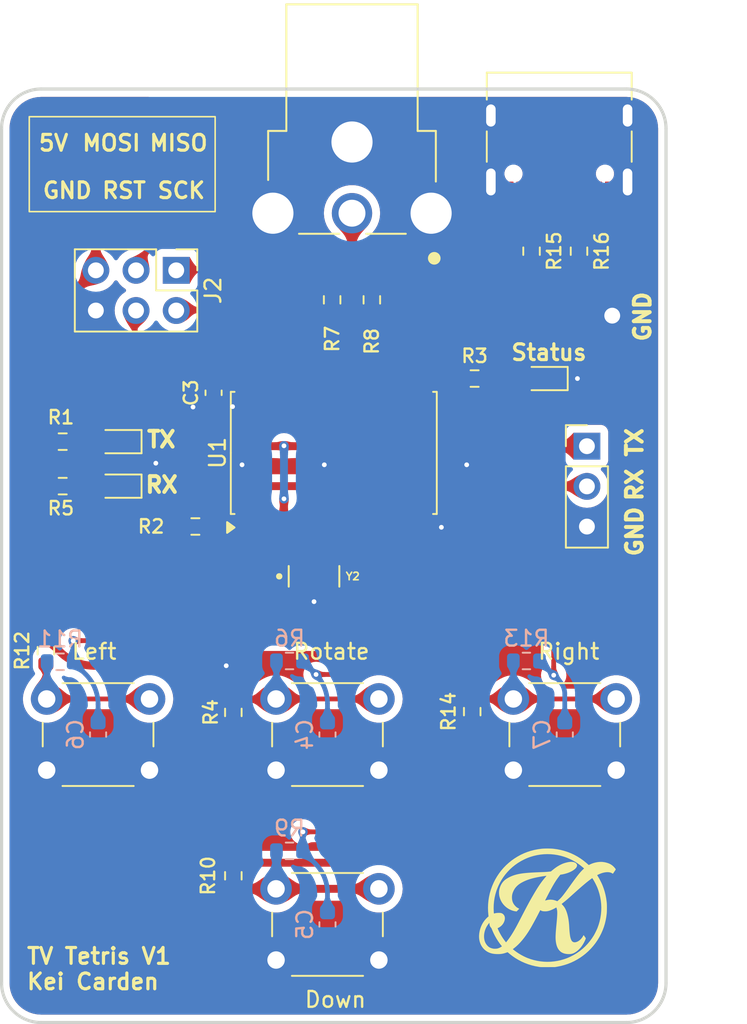
<source format=kicad_pcb>
(kicad_pcb (version 20240108) (generator "pcbnew") (generator_version "8.0")
  (layers (0 "F.Cu" signal) (31 "B.Cu" signal) (34 "B.Paste" user) (35 "F.Paste" user) (36 "B.SilkS" user "B.Silkscreen") (37 "F.SilkS" user "F.Silkscreen") (38 "B.Mask" user) (39 "F.Mask" user) (44 "Edge.Cuts" user))
  (net 0 "")
  (net 1 "GND")
  (net 2 "/X2")
  (net 3 "/X1")
  (net 4 "+5V")
  (net 5 "/rotate")
  (net 6 "Net-(D1-A)")
  (net 7 "/TXD")
  (net 8 "Net-(D2-A)")
  (net 9 "/RXD")
  (net 10 "Net-(D3-A)")
  (net 11 "Net-(J1-In)")
  (net 12 "/SCK")
  (net 13 "/~{RST}")
  (net 14 "/MOSI")
  (net 15 "/MISO")
  (net 16 "/STATUS")
  (net 17 "Net-(R4-Pad2)")
  (net 18 "/down")
  (net 19 "/left")
  (net 21 "/right")
  (net 22 "/video_lum")
  (net 24 "/video_sync")
  (net 25 "Net-(R10-Pad2)")
  (net 26 "Net-(R11-Pad2)")
  (net 27 "Net-(R13-Pad2)")
  (net 35 "Net-(J4-CC2)")
  (net 36 "Net-(J4-CC1)")
  (footprint "Resistor_SMD:R_0603_1608Metric_Pad0.98x0.95mm_HandSolder" (layer "F.Cu") (at 114.049911 107.725)
    (property "Reference" "R3" (at 0 -1.43 0) (layer "F.SilkS") (effects (font (size 0.85 0.85))))
    (property "Value" "2k")
    (pad "1" smd roundrect (at -0.9125 0) (size 0.975 0.95) (layers "F.Cu" "F.Paste" "F.Mask") (net 16 "/STATUS"))
    (pad "2" smd roundrect (at 0.9125 0) (size 0.975 0.95) (layers "F.Cu" "F.Paste" "F.Mask") (net 8 "Net-(D2-A)"))
  )
  (footprint "Package_SO:SOIC-20W_7.5x12.8mm_P1.27mm" (layer "F.Cu") (at 105.149911 112.425 90)
    (property "Reference" "U1" (at 0 -7.35 90) (layer "F.SilkS"))
    (property "Value" "~")
    (pad "1" smd roundrect (at -4.65 -5.715 90) (size 2.05 0.6) (layers "F.Cu" "F.Paste" "F.Mask") (net 13 "/~{RST}"))
    (pad "2" smd roundrect (at -4.65 -4.445 90) (size 2.05 0.6) (layers "F.Cu" "F.Paste" "F.Mask") (net 9 "/RXD"))
    (pad "3" smd roundrect (at -4.65 -3.175 90) (size 2.05 0.6) (layers "F.Cu" "F.Paste" "F.Mask") (net 7 "/TXD"))
    (pad "4" smd roundrect (at -4.65 -1.905 90) (size 2.05 0.6) (layers "F.Cu" "F.Paste" "F.Mask") (net 2 "/X2"))
    (pad "5" smd roundrect (at -4.65 -0.635 90) (size 2.05 0.6) (layers "F.Cu" "F.Paste" "F.Mask") (net 3 "/X1"))
    (pad "6" smd roundrect (at -4.65 0.635 90) (size 2.05 0.6) (layers "F.Cu" "F.Paste" "F.Mask") (net 19 "/left"))
    (pad "7" smd roundrect (at -4.65 1.905 90) (size 2.05 0.6) (layers "F.Cu" "F.Paste" "F.Mask") (net 5 "/rotate"))
    (pad "8" smd roundrect (at -4.65 3.175 90) (size 2.05 0.6) (layers "F.Cu" "F.Paste" "F.Mask") (net 18 "/down"))
    (pad "9" smd roundrect (at -4.65 4.445 90) (size 2.05 0.6) (layers "F.Cu" "F.Paste" "F.Mask") (net 21 "/right"))
    (pad "10" smd roundrect (at -4.65 5.715 90) (size 2.05 0.6) (layers "F.Cu" "F.Paste" "F.Mask") (net 1 "GND"))
    (pad "11" smd roundrect (at 4.65 5.715 90) (size 2.05 0.6) (layers "F.Cu" "F.Paste" "F.Mask") (net 16 "/STATUS"))
    (pad "12" smd roundrect (at 4.65 4.445 90) (size 2.05 0.6) (layers "F.Cu" "F.Paste" "F.Mask"))
    (pad "13" smd roundrect (at 4.65 3.175 90) (size 2.05 0.6) (layers "F.Cu" "F.Paste" "F.Mask"))
    (pad "14" smd roundrect (at 4.65 1.905 90) (size 2.05 0.6) (layers "F.Cu" "F.Paste" "F.Mask") (net 22 "/video_lum"))
    (pad "15" smd roundrect (at 4.65 0.635 90) (size 2.05 0.6) (layers "F.Cu" "F.Paste" "F.Mask") (net 24 "/video_sync"))
    (pad "16" smd roundrect (at 4.65 -0.635 90) (size 2.05 0.6) (layers "F.Cu" "F.Paste" "F.Mask"))
    (pad "17" smd roundrect (at 4.65 -1.905 90) (size 2.05 0.6) (layers "F.Cu" "F.Paste" "F.Mask") (net 14 "/MOSI"))
    (pad "18" smd roundrect (at 4.65 -3.175 90) (size 2.05 0.6) (layers "F.Cu" "F.Paste" "F.Mask") (net 15 "/MISO"))
    (pad "19" smd roundrect (at 4.65 -4.445 90) (size 2.05 0.6) (layers "F.Cu" "F.Paste" "F.Mask") (net 12 "/SCK"))
    (pad "20" smd roundrect (at 4.65 -5.715 90) (size 2.05 0.6) (layers "F.Cu" "F.Paste" "F.Mask") (net 4 "+5V"))
  )
  (footprint "Resistor_SMD:R_0603_1608Metric" (layer "F.Cu") (at 113.899911 128.775 90)
    (property "Reference" "R14" (at 0 -1.5 90) (layer "F.SilkS") (effects (font (size 0.85 0.85))))
    (property "Value" "10k")
    (pad "1" smd roundrect (at -0.825 0 90) (size 0.8 0.95) (layers "F.Cu" "F.Paste" "F.Mask") (net 4 "+5V"))
    (pad "2" smd roundrect (at 0.825 0 90) (size 0.8 0.95) (layers "F.Cu" "F.Paste" "F.Mask") (net 27 "Net-(R13-Pad2)"))
  )
  (footprint "Resistor_SMD:R_0603_1608Metric" (layer "F.Cu") (at 105.044911 102.75 90)
    (property "Reference" "R7" (at -2.475 0.005 90) (layer "F.SilkS") (effects (font (size 0.85 0.85))))
    (property "Value" "1k")
    (pad "1" smd roundrect (at -0.825 0 90) (size 0.8 0.95) (layers "F.Cu" "F.Paste" "F.Mask") (net 24 "/video_sync"))
    (pad "2" smd roundrect (at 0.825 0 90) (size 0.8 0.95) (layers "F.Cu" "F.Paste" "F.Mask") (net 11 "Net-(J1-In)"))
  )
  (footprint "Connector_PinHeader_2.54mm:PinHeader_1x03_P2.54mm_Vertical" (layer "F.Cu") (at 121.149911 112)
    (property "Reference" "J3" (hide yes))
    (property "Value" "UART")
    (pad "1" thru_hole rect (at 0 0) (size 1.7 1.7) (drill 1) (layers "*.Cu" "*.Mask") (net 7 "/TXD"))
    (pad "2" thru_hole oval (at 0 2.54) (size 1.7 1.7) (drill 1) (layers "*.Cu" "*.Mask") (net 9 "/RXD"))
    (pad "3" thru_hole oval (at 0 5.08) (size 1.7 1.7) (drill 1) (layers "*.Cu" "*.Mask") (net 1 "GND"))
  )
  (footprint "LED_SMD:LED_0603_1608Metric" (layer "F.Cu") (at 118.449911 107.725 180)
    (property "Reference" "D2" (hide yes))
    (property "Value" "MCU_status" (hide yes))
    (property "Name" "Status" (at -0.3 1.65 0) (layer "F.SilkS") (effects (font (thickness 0.2) (bold yes))))
    (pad "1" smd roundrect (at -0.7875 0 180) (size 0.875 0.95) (layers "F.Cu" "F.Paste" "F.Mask") (net 1 "GND"))
    (pad "2" smd roundrect (at 0.7875 0 180) (size 0.875 0.95) (layers "F.Cu" "F.Paste" "F.Mask") (net 8 "Net-(D2-A)"))
  )
  (footprint "RCA:CUI_RCJ-013" (layer "F.Cu") (at 106.299911 91.325 -90)
    (property "Reference" "J1" (hide yes))
    (property "Value" "Video")
    (pad "1" thru_hole circle (at 5.95 0 270) (size 2.55 2.55) (drill 1.7) (layers "*.Cu" "*.Mask") (net 11 "Net-(J1-In)"))
    (pad "2" thru_hole circle (at 1.45 0 270) (size 3.616 3.616) (drill 2.6) (layers "*.Cu" "*.Mask") (net 1 "GND"))
    (pad "2" thru_hole circle (at 5.95 -5 270) (size 3.616 3.616) (drill 2.6) (layers "*.Cu" "*.Mask") (net 1 "GND"))
    (pad "2" thru_hole circle (at 5.95 5 270) (size 3.616 3.616) (drill 2.6) (layers "*.Cu" "*.Mask") (net 1 "GND"))
  )
  (footprint "Resistor_SMD:R_0603_1608Metric" (layer "F.Cu") (at 107.554911 102.75 -90)
    (property "Reference" "R8" (at 2.625 0.005 90) (layer "F.SilkS") (effects (font (size 0.85 0.85))))
    (property "Value" "1k")
    (pad "1" smd roundrect (at -0.825 0 270) (size 0.8 0.95) (layers "F.Cu" "F.Paste" "F.Mask") (net 11 "Net-(J1-In)"))
    (pad "2" smd roundrect (at 0.825 0 270) (size 0.8 0.95) (layers "F.Cu" "F.Paste" "F.Mask") (net 22 "/video_lum"))
  )
  (footprint "Resistor_SMD:R_0603_1608Metric" (layer "F.Cu") (at 98.799911 128.825 90)
    (property "Reference" "R4" (at 0 -1.43 90) (layer "F.SilkS") (effects (font (size 0.85 0.85))))
    (property "Value" "10k")
    (pad "1" smd roundrect (at -0.825 0 90) (size 0.8 0.95) (layers "F.Cu" "F.Paste" "F.Mask") (net 4 "+5V"))
    (pad "2" smd roundrect (at 0.825 0 90) (size 0.8 0.95) (layers "F.Cu" "F.Paste" "F.Mask") (net 17 "Net-(R4-Pad2)"))
  )
  (footprint "Connector_USB:USB_C_Receptacle_G-Switch_GT-USB-7010ASV" (layer "F.Cu") (at 119.399911 92.175 180)
    (property "Reference" "J4" (hide yes))
    (property "Value" "USB_C_Receptacle_USB2.0_16P")
    (pad "" np_thru_hole circle (at -2.89 -2.605 180) (size 0.65 0.65) (drill 0.65) (layers "*.Cu" "*.Mask"))
    (pad "" np_thru_hole circle (at 2.89 -2.605 180) (size 0.65 0.65) (drill 0.65) (layers "*.Cu" "*.Mask"))
    (pad "A1" smd rect (at -3.2 -3.725 180) (size 0.6 1.24) (layers "F.Cu" "F.Paste" "F.Mask") (net 1 "GND"))
    (pad "A4" smd rect (at -2.4 -3.725 180) (size 0.6 1.24) (layers "F.Cu" "F.Paste" "F.Mask") (net 4 "+5V"))
    (pad "A5" smd rect (at -1.25 -3.725 180) (size 0.3 1.24) (layers "F.Cu" "F.Paste" "F.Mask") (net 36 "Net-(J4-CC1)"))
    (pad "A6" smd rect (at -0.25 -3.725 180) (size 0.3 1.24) (layers "F.Cu" "F.Paste" "F.Mask"))
    (pad "A7" smd rect (at 0.25 -3.725 180) (size 0.3 1.24) (layers "F.Cu" "F.Paste" "F.Mask"))
    (pad "A8" smd rect (at 1.25 -3.725 180) (size 0.3 1.24) (layers "F.Cu" "F.Paste" "F.Mask"))
    (pad "A9" smd rect (at 2.4 -3.725 180) (size 0.6 1.24) (layers "F.Cu" "F.Paste" "F.Mask") (net 4 "+5V"))
    (pad "A12" smd rect (at 3.2 -3.725 180) (size 0.6 1.24) (layers "F.Cu" "F.Paste" "F.Mask") (net 1 "GND"))
    (pad "B1" smd rect (at 3.2 -3.725 180) (size 0.6 1.24) (layers "F.Cu" "F.Paste" "F.Mask") (net 1 "GND"))
    (pad "B4" smd rect (at 2.4 -3.725 180) (size 0.6 1.24) (layers "F.Cu" "F.Paste" "F.Mask") (net 4 "+5V"))
    (pad "B5" smd rect (at 1.75 -3.725 180) (size 0.3 1.24) (layers "F.Cu" "F.Paste" "F.Mask") (net 35 "Net-(J4-CC2)"))
    (pad "B6" smd rect (at 0.75 -3.725 180) (size 0.3 1.24) (layers "F.Cu" "F.Paste" "F.Mask"))
    (pad "B7" smd rect (at -0.75 -3.725 180) (size 0.3 1.24) (layers "F.Cu" "F.Paste" "F.Mask"))
    (pad "B8" smd rect (at -1.75 -3.725 180) (size 0.3 1.24) (layers "F.Cu" "F.Paste" "F.Mask"))
    (pad "B9" smd rect (at -2.4 -3.725 180) (size 0.6 1.24) (layers "F.Cu" "F.Paste" "F.Mask") (net 4 "+5V"))
    (pad "B12" smd rect (at -3.2 -3.725 180) (size 0.6 1.24) (layers "F.Cu" "F.Paste" "F.Mask") (net 1 "GND"))
    (pad "S1" thru_hole oval (at -4.32 -3.125 180) (size 1 2.1) (drill oval 0.6 1.7) (layers "*.Cu" "*.Mask") (net 1 "GND"))
    (pad "S1" thru_hole oval (at -4.32 1.075 180) (size 1 1.8) (drill oval 0.6 1.4) (layers "*.Cu" "*.Mask") (net 1 "GND"))
    (pad "S1" thru_hole oval (at 4.32 -3.125 180) (size 1 2.1) (drill oval 0.6 1.7) (layers "*.Cu" "*.Mask") (net 1 "GND"))
    (pad "S1" thru_hole oval (at 4.32 1.075 180) (size 1 1.8) (drill oval 0.6 1.4) (layers "*.Cu" "*.Mask") (net 1 "GND"))
  )
  (footprint "Button_Switch_THT:SW_PUSH_6mm" (layer "F.Cu") (at 101.499911 127.975)
    (property "Reference" "SW1" (hide yes))
    (property "Value" "Rotate" (at 3.5 -3 0) (layer "F.SilkS"))
    (pad "1" thru_hole circle (at 0 0 90) (size 2 2) (drill 1.1) (layers "*.Cu" "*.Mask") (net 17 "Net-(R4-Pad2)"))
    (pad "1" thru_hole circle (at 6.5 0 90) (size 2 2) (drill 1.1) (layers "*.Cu" "*.Mask") (net 17 "Net-(R4-Pad2)"))
    (pad "2" thru_hole circle (at 0 4.5 90) (size 2 2) (drill 1.1) (layers "*.Cu" "*.Mask") (net 1 "GND"))
    (pad "2" thru_hole circle (at 6.5 4.5 90) (size 2 2) (drill 1.1) (layers "*.Cu" "*.Mask") (net 1 "GND"))
  )
  (footprint "Capacitor_SMD:C_0603_1608Metric_Pad1.08x0.95mm_HandSolder" (layer "F.Cu") (at 97.549911 108.625 90)
    (property "Reference" "C3" (at 0 -1.43 -90) (layer "F.SilkS") (effects (font (size 0.85 0.85))))
    (property "Value" "100n")
    (pad "1" smd roundrect (at -0.8625 0 90) (size 1.075 0.95) (layers "F.Cu" "F.Paste" "F.Mask") (net 1 "GND"))
    (pad "2" smd roundrect (at 0.8625 0 90) (size 1.075 0.95) (layers "F.Cu" "F.Paste" "F.Mask") (net 4 "+5V"))
  )
  (footprint "Connector_PinHeader_2.54mm:PinHeader_2x03_P2.54mm_Vertical" (layer "F.Cu") (at 95.189911 100.885 -90)
    (property "Reference" "J2" (at 1.27 -2.33 90) (layer "F.SilkS"))
    (property "Value" "ISP_Conn")
    (pad "1" thru_hole rect (at 0 0 270) (size 1.7 1.7) (drill 1) (layers "*.Cu" "*.Mask") (net 15 "/MISO"))
    (pad "2" thru_hole oval (at 2.54 0 270) (size 1.7 1.7) (drill 1) (layers "*.Cu" "*.Mask") (net 12 "/SCK"))
    (pad "3" thru_hole oval (at 0 2.54 270) (size 1.7 1.7) (drill 1) (layers "*.Cu" "*.Mask") (net 14 "/MOSI"))
    (pad "4" thru_hole oval (at 2.54 2.54 270) (size 1.7 1.7) (drill 1) (layers "*.Cu" "*.Mask") (net 13 "/~{RST}"))
    (pad "5" thru_hole oval (at 0 5.08 270) (size 1.7 1.7) (drill 1) (layers "*.Cu" "*.Mask") (net 4 "+5V"))
    (pad "6" thru_hole oval (at 2.54 5.08 270) (size 1.7 1.7) (drill 1) (layers "*.Cu" "*.Mask") (net 1 "GND"))
  )
  (footprint "Button_Switch_THT:SW_PUSH_6mm" (layer "F.Cu") (at 86.999911 127.975)
    (property "Reference" "SW3" (hide yes))
    (property "Value" "Left" (at 3 -3 0) (layer "F.SilkS"))
    (pad "1" thru_hole circle (at 0 0 90) (size 2 2) (drill 1.1) (layers "*.Cu" "*.Mask") (net 26 "Net-(R11-Pad2)"))
    (pad "1" thru_hole circle (at 6.5 0 90) (size 2 2) (drill 1.1) (layers "*.Cu" "*.Mask") (net 26 "Net-(R11-Pad2)"))
    (pad "2" thru_hole circle (at 0 4.5 90) (size 2 2) (drill 1.1) (layers "*.Cu" "*.Mask") (net 1 "GND"))
    (pad "2" thru_hole circle (at 6.5 4.5 90) (size 2 2) (drill 1.1) (layers "*.Cu" "*.Mask") (net 1 "GND"))
  )
  (footprint "Murata_Crystal:OSC_CSTCE16M0V53-R0" (layer "F.Cu") (at 103.899911 120.225)
    (property "Reference" "Y2" (at 2.45 0 0) (layer "F.SilkS") (effects (font (size 0.48 0.48) (thickness 0.1) (bold yes))))
    (property "Value" "CSTCE16M0V53-R0")
    (pad "1" smd rect (at -0.95 0) (size 0.6 1.9) (layers "F.Cu" "F.Paste" "F.Mask") (net 2 "/X2"))
    (pad "2" smd rect (at 0 0) (size 0.4 1.9) (layers "F.Cu" "F.Paste" "F.Mask") (net 1 "GND"))
    (pad "3" smd rect (at 0.95 0) (size 0.6 1.9) (layers "F.Cu" "F.Paste" "F.Mask") (net 3 "/X1"))
  )
  (footprint "Resistor_SMD:R_0603_1608Metric_Pad0.98x0.95mm_HandSolder" (layer "F.Cu") (at 88.012411 111.7125)
    (property "Reference" "R1" (at -0.1125 -1.5375 0) (layer "F.SilkS") (effects (font (size 0.85 0.85))))
    (property "Value" "2k")
    (pad "1" smd roundrect (at -0.9125 0) (size 0.975 0.95) (layers "F.Cu" "F.Paste" "F.Mask") (net 4 "+5V"))
    (pad "2" smd roundrect (at 0.9125 0) (size 0.975 0.95) (layers "F.Cu" "F.Paste" "F.Mask") (net 6 "Net-(D1-A)"))
  )
  (footprint "LED_SMD:LED_0603_1608Metric" (layer "F.Cu") (at 91.512411 114.525 180)
    (property "Reference" "D3" (hide yes))
    (property "Value" "RX_status")
    (pad "1" smd roundrect (at -0.7875 0 180) (size 0.875 0.95) (layers "F.Cu" "F.Paste" "F.Mask") (net 9 "/RXD"))
    (pad "2" smd roundrect (at 0.7875 0 180) (size 0.875 0.95) (layers "F.Cu" "F.Paste" "F.Mask") (net 10 "Net-(D3-A)"))
  )
  (footprint "Resistor_SMD:R_0603_1608Metric" (layer "F.Cu") (at 98.799911 139.15 -90)
    (property "Reference" "R10" (at 0 1.6 90) (layer "F.SilkS") (effects (font (size 0.85 0.85))))
    (property "Value" "10k")
    (pad "1" smd roundrect (at -0.825 0 270) (size 0.8 0.95) (layers "F.Cu" "F.Paste" "F.Mask") (net 4 "+5V"))
    (pad "2" smd roundrect (at 0.825 0 270) (size 0.8 0.95) (layers "F.Cu" "F.Paste" "F.Mask") (net 25 "Net-(R10-Pad2)"))
  )
  (footprint "Resistor_SMD:R_0603_1608Metric_Pad0.98x0.95mm_HandSolder" (layer "F.Cu") (at 88.012411 114.525)
    (property "Reference" "R5" (at -0.1125 1.4 0) (layer "F.SilkS") (effects (font (size 0.85 0.85))))
    (property "Value" "2k")
    (pad "1" smd roundrect (at -0.9125 0) (size 0.975 0.95) (layers "F.Cu" "F.Paste" "F.Mask") (net 4 "+5V"))
    (pad "2" smd roundrect (at 0.9125 0) (size 0.975 0.95) (layers "F.Cu" "F.Paste" "F.Mask") (net 10 "Net-(D3-A)"))
  )
  (footprint "LED_SMD:LED_0603_1608Metric" (layer "F.Cu") (at 91.512411 111.7125 180)
    (property "Reference" "D1" (hide yes))
    (property "Value" "TX_status")
    (pad "1" smd roundrect (at -0.7875 0 180) (size 0.875 0.95) (layers "F.Cu" "F.Paste" "F.Mask") (net 7 "/TXD"))
    (pad "2" smd roundrect (at 0.7875 0 180) (size 0.875 0.95) (layers "F.Cu" "F.Paste" "F.Mask") (net 6 "Net-(D1-A)"))
  )
  (footprint "Resistor_SMD:R_0603_1608Metric" (layer "F.Cu") (at 117.649911 99.675 -90)
    (property "Reference" "R15" (at 0 -1.43 90) (layer "F.SilkS") (effects (font (size 0.85 0.85))))
    (property "Value" "5k1")
    (pad "1" smd roundrect (at -0.825 0 270) (size 0.8 0.95) (layers "F.Cu" "F.Paste" "F.Mask") (net 35 "Net-(J4-CC2)"))
    (pad "2" smd roundrect (at 0.825 0 270) (size 0.8 0.95) (layers "F.Cu" "F.Paste" "F.Mask") (net 1 "GND"))
  )
  (footprint "Resistor_SMD:R_0603_1608Metric" (layer "F.Cu") (at 86.949911 124.925 -90)
    (property "Reference" "R12" (at 0 1.5 90) (layer "F.SilkS") (effects (font (size 0.85 0.85))))
    (property "Value" "10k")
    (pad "1" smd roundrect (at -0.825 0 270) (size 0.8 0.95) (layers "F.Cu" "F.Paste" "F.Mask") (net 4 "+5V"))
    (pad "2" smd roundrect (at 0.825 0 270) (size 0.8 0.95) (layers "F.Cu" "F.Paste" "F.Mask") (net 26 "Net-(R11-Pad2)"))
  )
  (footprint "Resistor_SMD:R_0603_1608Metric" (layer "F.Cu") (at 120.649911 99.675 -90)
    (property "Reference" "R16" (at 0 -1.43 90) (layer "F.SilkS") (effects (font (size 0.85 0.85))))
    (property "Value" "5k1")
    (pad "1" smd roundrect (at -0.825 0 270) (size 0.8 0.95) (layers "F.Cu" "F.Paste" "F.Mask") (net 36 "Net-(J4-CC1)"))
    (pad "2" smd roundrect (at 0.825 0 270) (size 0.8 0.95) (layers "F.Cu" "F.Paste" "F.Mask") (net 1 "GND"))
  )
  (footprint "Button_Switch_THT:SW_PUSH_6mm" (layer "F.Cu") (at 101.499911 139.975)
    (property "Reference" "SW2" (hide yes))
    (property "Value" "Down" (at 3.75 7 0) (layer "F.SilkS"))
    (pad "1" thru_hole circle (at 0 0 90) (size 2 2) (drill 1.1) (layers "*.Cu" "*.Mask") (net 25 "Net-(R10-Pad2)"))
    (pad "1" thru_hole circle (at 6.5 0 90) (size 2 2) (drill 1.1) (layers "*.Cu" "*.Mask") (net 25 "Net-(R10-Pad2)"))
    (pad "2" thru_hole circle (at 0 4.5 90) (size 2 2) (drill 1.1) (layers "*.Cu" "*.Mask") (net 1 "GND"))
    (pad "2" thru_hole circle (at 6.5 4.5 90) (size 2 2) (drill 1.1) (layers "*.Cu" "*.Mask") (net 1 "GND"))
  )
  (footprint "Resistor_SMD:R_0603_1608Metric_Pad0.98x0.95mm_HandSolder" (layer "F.Cu") (at 96.399911 117.075)
    (property "Reference" "R2" (at -2.8 0 0) (layer "F.SilkS") (effects (font (size 0.85 0.85))))
    (property "Value" "10k")
    (pad "1" smd roundrect (at -0.9125 0) (size 0.975 0.95) (layers "F.Cu" "F.Paste" "F.Mask") (net 4 "+5V"))
    (pad "2" smd roundrect (at 0.9125 0) (size 0.975 0.95) (layers "F.Cu" "F.Paste" "F.Mask") (net 13 "/~{RST}"))
  )
  (footprint "Button_Switch_THT:SW_PUSH_6mm" (layer "F.Cu") (at 116.499911 127.975)
    (property "Reference" "SW4" (hide yes))
    (property "Value" "Right" (at 3.5 -3 0) (layer "F.SilkS"))
    (pad "1" thru_hole circle (at 0 0 90) (size 2 2) (drill 1.1) (layers "*.Cu" "*.Mask") (net 27 "Net-(R13-Pad2)"))
    (pad "1" thru_hole circle (at 6.5 0 90) (size 2 2) (drill 1.1) (layers "*.Cu" "*.Mask") (net 27 "Net-(R13-Pad2)"))
    (pad "2" thru_hole circle (at 0 4.5 90) (size 2 2) (drill 1.1) (layers "*.Cu" "*.Mask") (net 1 "GND"))
    (pad "2" thru_hole circle (at 6.5 4.5 90) (size 2 2) (drill 1.1) (layers "*.Cu" "*.Mask") (net 1 "GND"))
  )
  (footprint "Capacitor_SMD:C_0603_1608Metric" (layer "B.Cu") (at 104.749911 142.225 -90)
    (property "Reference" "C5" (at 0 1.43 90) (layer "B.SilkS") (effects (justify mirror)))
    (property "Value" "100n")
    (pad "1" smd roundrect (at -0.775 0 270) (size 0.9 0.95) (layers "B.Cu" "B.Paste" "B.Mask") (net 18 "/down"))
    (pad "2" smd roundrect (at 0.775 0 270) (size 0.9 0.95) (layers "B.Cu" "B.Paste" "B.Mask") (net 1 "GND"))
  )
  (footprint "Resistor_SMD:R_0603_1608Metric" (layer "B.Cu") (at 102.349911 137.575 180)
    (property "Reference" "R9" (at 0 1.43 0) (layer "B.SilkS") (effects (justify mirror)))
    (property "Value" "1k")
    (pad "1" smd roundrect (at -0.825 0 180) (size 0.8 0.95) (layers "B.Cu" "B.Paste" "B.Mask") (net 18 "/down"))
    (pad "2" smd roundrect (at 0.825 0 180) (size 0.8 0.95) (layers "B.Cu" "B.Paste" "B.Mask") (net 25 "Net-(R10-Pad2)"))
  )
  (footprint "Resistor_SMD:R_0603_1608Metric" (layer "B.Cu") (at 117.324911 125.575 180)
    (property "Reference" "R13" (at 0 1.43 0) (layer "B.SilkS") (effects (justify mirror)))
    (property "Value" "1k")
    (pad "1" smd roundrect (at -0.825 0 180) (size 0.8 0.95) (layers "B.Cu" "B.Paste" "B.Mask") (net 21 "/right"))
    (pad "2" smd roundrect (at 0.825 0 180) (size 0.8 0.95) (layers "B.Cu" "B.Paste" "B.Mask") (net 27 "Net-(R13-Pad2)"))
  )
  (footprint "logo:logo" (layer "B.Cu") (at 118.942888 142.36719 180)
    (property "Reference" "G***" (hide yes))
    (property "Value" "LOGO" (hide yes))
  )
  (footprint "Resistor_SMD:R_0603_1608Metric" (layer "B.Cu") (at 87.849911 125.625 180)
    (property "Reference" "R11" (at 0 1.43 0) (layer "B.SilkS") (effects (justify mirror)))
    (property "Value" "1k")
    (pad "1" smd roundrect (at -0.825 0 180) (size 0.8 0.95) (layers "B.Cu" "B.Paste" "B.Mask") (net 19 "/left"))
    (pad "2" smd roundrect (at 0.825 0 180) (size 0.8 0.95) (layers "B.Cu" "B.Paste" "B.Mask") (net 26 "Net-(R11-Pad2)"))
  )
  (footprint "Resistor_SMD:R_0603_1608Metric" (layer "B.Cu") (at 102.349911 125.575 180)
    (property "Reference" "R6" (at 0 1.43 0) (layer "B.SilkS") (effects (justify mirror)))
    (property "Value" "1k")
    (pad "1" smd roundrect (at -0.825 0 180) (size 0.8 0.95) (layers "B.Cu" "B.Paste" "B.Mask") (net 5 "/rotate"))
    (pad "2" smd roundrect (at 0.825 0 180) (size 0.8 0.95) (layers "B.Cu" "B.Paste" "B.Mask") (net 17 "Net-(R4-Pad2)"))
  )
  (footprint "Capacitor_SMD:C_0603_1608Metric" (layer "B.Cu") (at 119.749911 130.225 -90)
    (property "Reference" "C7" (at 0 1.43 90) (layer "B.SilkS") (effects (justify mirror)))
    (property "Value" "100n")
    (pad "1" smd roundrect (at -0.775 0 270) (size 0.9 0.95) (layers "B.Cu" "B.Paste" "B.Mask") (net 21 "/right"))
    (pad "2" smd roundrect (at 0.775 0 270) (size 0.9 0.95) (layers "B.Cu" "B.Paste" "B.Mask") (net 1 "GND"))
  )
  (footprint "Capacitor_SMD:C_0603_1608Metric" (layer "B.Cu") (at 104.749911 130.225 -90)
    (property "Reference" "C4" (at 0 1.43 90) (layer "B.SilkS") (effects (justify mirror)))
    (property "Value" "100n")
    (pad "1" smd roundrect (at -0.775 0 270) (size 0.9 0.95) (layers "B.Cu" "B.Paste" "B.Mask") (net 5 "/rotate"))
    (pad "2" smd roundrect (at 0.775 0 270) (size 0.9 0.95) (layers "B.Cu" "B.Paste" "B.Mask") (net 1 "GND"))
  )
  (footprint "Capacitor_SMD:C_0603_1608Metric" (layer "B.Cu") (at 90.249911 130.225 -90)
    (property "Reference" "C6" (at 0 1.43 90) (layer "B.SilkS") (effects (justify mirror)))
    (property "Value" "100n")
    (pad "1" smd roundrect (at -0.775 0 270) (size 0.9 0.95) (layers "B.Cu" "B.Paste" "B.Mask") (net 19 "/left"))
    (pad "2" smd roundrect (at 0.775 0 270) (size 0.9 0.95) (layers "B.Cu" "B.Paste" "B.Mask") (net 1 "GND"))
  )
  (gr_rect (start 85.899911 91.175) (end 97.649911 97.175) (stroke (width 0.1)) (fill none) (layer "F.SilkS"))
  (gr_line (start 84.149911 145.925) (end 84.149911 91.925) (stroke (width 0.2)) (layer "Edge.Cuts"))
  (gr_arc (start 126.149911 145.925) (mid 125.417678 147.692767) (end 123.649911 148.425) (stroke (width 0.2)) (layer "Edge.Cuts"))
  (gr_line (start 86.649911 89.425) (end 123.649911 89.425) (stroke (width 0.2)) (layer "Edge.Cuts"))
  (gr_line (start 123.649911 148.425) (end 86.649911 148.425) (stroke (width 0.2)) (layer "Edge.Cuts"))
  (gr_arc (start 123.649911 89.425) (mid 125.417678 90.157233) (end 126.149911 91.925) (stroke (width 0.2)) (layer "Edge.Cuts"))
  (gr_arc (start 84.149911 91.925) (mid 84.882144 90.157233) (end 86.649911 89.425) (stroke (width 0.2)) (layer "Edge.Cuts"))
  (gr_line (start 126.149911 91.925) (end 126.149911 145.925) (stroke (width 0.2)) (layer "Edge.Cuts"))
  (gr_arc (start 86.649911 148.425) (mid 84.882144 147.692767) (end 84.149911 145.925) (stroke (width 0.2)) (layer "Edge.Cuts"))
  (gr_text "GND" (at 86.649911 96.425 0) (layer "F.SilkS") (effects (font (size 1 1) (thickness 0.2) (bold yes)) (justify left bottom)))
  (gr_text "RX" (at 93.124911 115.025 0) (layer "F.SilkS") (effects (font (size 1 1) (thickness 0.25) (bold yes)) (justify left bottom)))
  (gr_text "RX" (at 124.749911 115.58 90) (layer "F.SilkS") (effects (font (size 1 1) (thickness 0.25) (bold yes)) (justify left bottom)))
  (gr_text "RST" (at 90.399911 96.425 0) (layer "F.SilkS") (effects (font (size 1 1) (thickness 0.2) (bold yes)) (justify left bottom)))
  (gr_text "MOSI" (at 89.149911 93.425 0) (layer "F.SilkS") (effects (font (size 1 1) (thickness 0.2) (bold yes)) (justify left bottom)))
  (gr_text "5V" (at 86.399911 93.425 0) (layer "F.SilkS") (effects (font (size 1 1) (thickness 0.2) (bold yes)) (justify left bottom)))
  (gr_text "GND" (at 124.749911 119.08 90) (layer "F.SilkS") (effects (font (size 1 1) (thickness 0.25) (bold yes)) (justify left bottom)))
  (gr_text "TX" (at 124.749911 112.78 90) (layer "F.SilkS") (effects (font (size 1 1) (thickness 0.25) (bold yes)) (justify left bottom)))
  (gr_text "GND" (at 125.25 105.5 90) (layer "F.SilkS") (effects (font (size 1 1) (thickness 0.25) (bold yes)) (justify left bottom)))
  (gr_text "MISO" (at 93.399911 93.425 0) (layer "F.SilkS") (effects (font (size 1 1) (thickness 0.2) (bold yes)) (justify left bottom)))
  (gr_text "TX" (at 93.224911 112.1625 0) (layer "F.SilkS") (effects (font (size 1 1) (thickness 0.25) (bold yes)) (justify left bottom)))
  (gr_text "TV Tetris V1\nKei Carden" (at 85.649911 146.425 0) (layer "F.SilkS") (effects (font (size 1 1) (thickness 0.2) (bold yes)) (justify left bottom)))
  (gr_text "SCK" (at 93.899911 96.425 0) (layer "F.SilkS") (effects (font (size 1 1) (thickness 0.2) (bold yes)) (justify left bottom)))
  (segment (start 103.899911 121.825) (end 103.899911 120.225) (width 0.4) (layer "F.Cu") (net 1))
  (via (at 104.549911 113.175) (size 0.6) (drill 0.3) (layers "F.Cu" "B.Cu") (net 1))
  (via (at 103.899911 121.825) (size 0.6) (drill 0.3) (layers "F.Cu" "B.Cu") (net 1))
  (via (at 122.75 103.75) (size 2) (drill 1) (layers "F.Cu" "B.Cu") (net 1))
  (via (at 96.249911 109.525) (size 0.6) (drill 0.3) (layers "F.Cu" "B.Cu") (net 1))
  (via (at 98.349911 125.875) (size 0.6) (drill 0.3) (layers "F.Cu" "B.Cu") (net 1))
  (via (at 98.75 109.5) (size 0.6) (drill 0.3) (layers "F.Cu" "B.Cu") (net 1))
  (via (at 111.949911 117.125) (size 0.6) (drill 0.3) (layers "F.Cu" "B.Cu") (net 1))
  (via (at 120.549911 107.725) (size 0.6) (drill 0.3) (layers "F.Cu" "B.Cu") (net 1))
  (via (at 113.549911 113.175) (size 0.6) (drill 0.3) (layers "F.Cu" "B.Cu") (net 1))
  (via (at 93.899911 113.075) (size 0.6) (drill 0.3) (layers "F.Cu" "B.Cu") (net 1))
  (via (at 99.349911 113.175) (size 0.6) (drill 0.3) (layers "F.Cu" "B.Cu") (net 1))
  (segment (start 102.949911 118.933596) (end 102.949911 120.225) (width 0.5) (layer "F.Cu") (net 2))
  (segment (start 103.244911 118.221403) (end 103.244911 117.075) (width 0.5) (layer "F.Cu") (net 2))
  (arc (start 103.244911 118.221403) (mid 103.206576 118.414121) (end 103.097411 118.5775) (width 0.5) (layer "F.Cu") (net 2))
  (arc (start 103.097411 118.5775) (mid 102.988245 118.740878) (end 102.949911 118.933596) (width 0.5) (layer "F.Cu") (net 2))
  (segment (start 104.849911 118.91188) (end 104.849911 120.225) (width 0.5) (layer "F.Cu") (net 3))
  (segment (start 104.514911 118.103119) (end 104.514911 117.075) (width 0.5) (layer "F.Cu") (net 3))
  (arc (start 104.514911 118.103119) (mid 104.558442 118.321968) (end 104.682411 118.5075) (width 0.5) (layer "F.Cu") (net 3))
  (arc (start 104.682411 118.5075) (mid 104.806379 118.693031) (end 104.849911 118.91188) (width 0.5) (layer "F.Cu") (net 3))
  (segment (start 87.837411 124.9875) (end 86.949911 124.1) (width 0.5) (layer "F.Cu") (net 4))
  (segment (start 86.949911 108.55) (end 86.949911 109.8) (width 0.5) (layer "F.Cu") (net 4))
  (segment (start 90.109911 96.218963) (end 90.109911 100.885) (width 0.5) (layer "F.Cu") (net 4))
  (segment (start 96.618703 127.468792) (end 98.799911 129.65) (width 0.5) (layer "F.Cu") (net 4))
  (segment (start 98.799911 138.325) (end 98.799911 129.65) (width 0.5) (layer "F.Cu") (net 4))
  (segment (start 89.980025 125.875) (end 92.770947 125.875) (width 0.5) (layer "F.Cu") (net 4))
  (segment (start 115.271231 93.425) (end 118.399911 93.425) (width 0.5) (layer "F.Cu") (net 4))
  (segment (start 106.195947 138.325) (end 98.799911 138.325) (width 0.5) (layer "F.Cu") (net 4))
  (segment (start 88.529911 102.465) (end 90.109911 100.885) (width 0.5) (layer "F.Cu") (net 4))
  (segment (start 86.949911 124.1) (end 86.949911 117.160355) (width 0.5) (layer "F.Cu") (net 4))
  (segment (start 86.949911 109.8) (end 86.949911 108.55) (width 0.5) (layer "F.Cu") (net 4))
  (segment (start 87.035266 117.075) (end 95.487411 117.075) (width 0.5) (layer "F.Cu") (net 4))
  (segment (start 86.949911 109.8) (end 86.949911 117.325) (width 0.5) (layer "F.Cu") (net 4))
  (segment (start 97.541072 107.7625) (end 87.227315 107.7625) (width 0.5) (layer "F.Cu") (net 4))
  (segment (start 86.949911 108.55) (end 86.949911 108.039904) (width 0.5) (layer "F.Cu") (net 4))
  (segment (start 86.949911 108.55) (end 86.949911 106.279457) (width 0.5) (layer "F.Cu") (net 4))
  (segment (start 97.571249 107.775) (end 99.434911 107.775) (width 0.5) (layer "F.Cu") (net 4))
  (segment (start 91.703703 92.371206) (end 92.056118 92.018792) (width 0.5) (layer "F.Cu") (net 4))
  (segment (start 108.02859 90.425) (end 95.903874 90.425) (width 0.5) (layer "F.Cu") (net 4))
  (segment (start 113.899911 131.2375) (end 113.899911 129.6) (width 0.5) (layer "F.Cu") (net 4))
  (segment (start 110.043703 136.731207) (end 112.742023 134.032887) (width 0.5) (layer "F.Cu") (net 4))
  (arc (start 87.031161 107.84375) (mid 86.971027 107.933746) (end 86.949911 108.039904) (width 0.5) (layer "F.Cu") (net 4))
  (arc (start 86.974911 117.1) (mid 86.956408 117.127691) (end 86.949911 117.160355) (width 0.5) (layer "F.Cu") (net 4))
  (arc (start 97.556161 107.76875) (mid 97.563083 107.773375) (end 97.571249 107.775) (width 0.5) (layer "F.Cu") (net 4))
  (arc (start 86.949911 108.55) (mid 86.949911 108.55) (end 86.949911 108.55) (width 0.5) (layer "F.Cu") (net 4))
  (arc (start 87.837411 124.9875) (mid 88.82045 125.644346) (end 89.980025 125.875) (width 0.5) (layer "F.Cu") (net 4))
  (arc (start 113.899911 131.2375) (mid 113.598985 132.750352) (end 112.742023 134.032887) (width 0.5) (layer "F.Cu") (net 4))
  (arc (start 88.529911 102.465) (mid 87.360539 104.215087) (end 86.949911 106.279457) (width 0.5) (layer "F.Cu") (net 4))
  (arc (start 111.649911 91.925) (mid 113.311386 93.035162) (end 115.271231 93.425) (width 0.5) (layer "F.Cu") (net 4))
  (arc (start 97.556161 107.76875) (mid 97.549238 107.764124) (end 97.541072 107.7625) (width 0.5) (layer "F.Cu") (net 4))
  (arc (start 87.035266 117.075) (mid 87.002602 117.081497) (end 86.974911 117.1) (width 0.5) (layer "F.Cu") (net 4))
  (arc (start 96.618703 127.468792) (mid 94.853337 126.289213) (end 92.770947 125.875) (width 0.5) (layer "F.Cu") (net 4))
  (arc (start 111.649911 91.925) (mid 109.988434 90.814837) (end 108.02859 90.425) (width 0.5) (layer "F.Cu") (net 4))
  (arc (start 87.227315 107.7625) (mid 87.121157 107.783616) (end 87.031161 107.84375) (width 0.5) (layer "F.Cu") (net 4))
  (arc (start 91.703703 92.371206) (mid 90.524124 94.136572) (end 90.109911 96.218963) (width 0.5) (layer "F.Cu") (net 4))
  (arc (start 95.903874 90.425) (mid 93.821483 90.839213) (end 92.056118 92.018792) (width 0.5) (layer "F.Cu") (net 4))
  (arc (start 110.043703 136.731207) (mid 108.278337 137.910786) (end 106.195947 138.325) (width 0.5) (layer "F.Cu") (net 4))
  (segment (start 104.027977 126.428066) (end 105.504745 126.428066) (width 0.3) (layer "F.Cu") (net 5))
  (segment (start 107.054911 124.8779) (end 107.054911 117.075) (width 0.3) (layer "F.Cu") (net 5))
  (via (at 104.027977 126.428066) (size 0.6) (drill 0.3) (layers "F.Cu" "B.Cu") (net 5))
  (arc (start 107.054911 124.8779) (mid 106.936911 125.471122) (end 106.600878 125.974033) (width 0.3) (layer "F.Cu") (net 5))
  (arc (start 106.600878 125.974033) (mid 106.097967 126.310066) (end 105.504745 126.428066) (width 0.3) (layer "F.Cu") (net 5))
  (segment (start 103.962411 126.3625) (end 103.174911 125.575) (width 0.3) (layer "B.Cu") (net 5))
  (segment (start 104.749911 128.263693) (end 104.749911 129.45) (width 0.3) (layer "B.Cu") (net 5))
  (arc (start 103.962411 126.3625) (mid 104.545246 127.234774) (end 104.749911 128.263693) (width 0.3) (layer "B.Cu") (net 5))
  (segment (start 90.724911 111.7125) (end 88.924911 111.7125) (width 0.5) (layer "F.Cu") (net 6))
  (segment (start 101.999911 115.325) (end 101.974911 115.35) (width 0.5) (layer "F.Cu") (net 7))
  (segment (start 120.957411 112) (end 102.042588 112) (width 0.5) (layer "F.Cu") (net 7))
  (segment (start 101.987411 111.9875) (end 101.999911 111.975) (width 0.5) (layer "F.Cu") (net 7))
  (segment (start 121.149911 112.1925) (end 121.149911 112.385) (width 0.5) (layer "F.Cu") (net 7))
  (segment (start 102.012411 111.9875) (end 101.999911 111.975) (width 0.5) (layer "F.Cu") (net 7))
  (segment (start 94.778204 112) (end 101.957233 112) (width 0.5) (layer "F.Cu") (net 7))
  (segment (start 94.084117 111.7125) (end 92.299911 111.7125) (width 0.5) (layer "F.Cu") (net 7))
  (segment (start 101.999911 115.325) (end 101.974911 117.075) (width 0.5) (layer "F.Cu") (net 7))
  (via (at 101.999911 111.975) (size 0.6) (drill 0.3) (layers "F.Cu" "B.Cu") (net 7))
  (via (at 101.999911 115.325) (size 0.6) (drill 0.3) (layers "F.Cu" "B.Cu") (net 7))
  (arc (start 121.149911 112.1925) (mid 121.093529 112.056381) (end 120.957411 112) (width 0.5) (layer "F.Cu") (net 7))
  (arc (start 94.431161 111.85625) (mid 94.271936 111.749859) (end 94.084117 111.7125) (width 0.5) (layer "F.Cu") (net 7))
  (arc (start 101.987411 111.9875) (mid 101.973565 111.996751) (end 101.957233 112) (width 0.5) (layer "F.Cu") (net 7))
  (arc (start 102.012411 111.9875) (mid 102.026256 111.996751) (end 102.042588 112) (width 0.5) (layer "F.Cu") (net 7))
  (arc (start 94.431161 111.85625) (mid 94.590385 111.96264) (end 94.778204 112) (width 0.5) (layer "F.Cu") (net 7))
  (segment (start 101.999911 115.325) (end 101.999911 112.025) (width 0.5) (layer "B.Cu") (net 7))
  (segment (start 114.962411 107.725) (end 117.662411 107.725) (width 0.5) (layer "F.Cu") (net 8))
  (segment (start 121.149911 114.54) (end 120.764911 114.925) (width 0.5) (layer "F.Cu") (net 9))
  (segment (start 100.692463 114.525) (end 120.677411 114.525) (width 0.5) (layer "F.Cu") (net 9))
  (segment (start 100.632358 114.525) (end 92.299911 114.525) (width 0.5) (layer "F.Cu") (net 9))
  (segment (start 100.632358 114.525) (end 100.692463 114.525) (width 0.5) (layer "F.Cu") (net 9))
  (segment (start 100.704911 114.597552) (end 100.704911 117.075) (width 0.5) (layer "F.Cu") (net 9))
  (arc (start 100.683661 114.54625) (mid 100.660123 114.530522) (end 100.632358 114.525) (width 0.5) (layer "F.Cu") (net 9))
  (arc (start 100.683661 114.54625) (mid 100.699388 114.569787) (end 100.704911 114.597552) (width 0.5) (layer "F.Cu") (net 9))
  (arc (start 100.692463 114.525) (mid 100.680962 114.532684) (end 100.683661 114.54625) (width 0.5) (layer "F.Cu") (net 9))
  (segment (start 90.724911 114.525) (end 88.924911 114.525) (width 0.5) (layer "F.Cu") (net 10))
  (segment (start 105.149911 101.925) (end 105.249911 102.025) (width 0.5) (layer "F.Cu") (net 11))
  (segment (start 106.977411 101.925) (end 105.822411 101.925) (width 0.5) (layer "F.Cu") (net 11))
  (segment (start 105.822411 101.925) (end 105.044911 101.925) (width 0.5) (layer "F.Cu") (net 11))
  (segment (start 106.977411 101.925) (end 107.554911 101.925) (width 0.5) (layer "F.Cu") (net 11))
  (segment (start 106.299911 97.275) (end 106.299911 101.825) (width 0.5) (layer "F.Cu") (net 11))
  (segment (start 99.196429 104.471518) (end 100.070282 105.345371) (width 0.3) (layer "F.Cu") (net 12))
  (segment (start 100.704911 106.8775) (end 100.704911 107.775) (width 0.3) (layer "F.Cu") (net 12))
  (segment (start 96.669911 103.425) (end 95.189911 103.425) (width 0.3) (layer "F.Cu") (net 12))
  (arc (start 99.196429 104.471518) (mid 98.037252 103.696981) (end 96.669911 103.425) (width 0.3) (layer "F.Cu") (net 12))
  (arc (start 100.070282 105.345371) (mid 100.539976 106.048317) (end 100.704911 106.8775) (width 0.3) (layer "F.Cu") (net 12))
  (segment (start 91.562411 111.4459) (end 91.562411 114.172881) (width 0.2) (layer "F.Cu") (net 13))
  (segment (start 95.776014 116.175) (end 93.564529 116.175) (width 0.2) (layer "F.Cu") (net 13))
  (segment (start 92.649911 104.821446) (end 92.649911 103.425) (width 0.2) (layer "F.Cu") (net 13))
  (segment (start 99.517687 106.192224) (end 99.736898 106.411435) (width 0.2) (layer "F.Cu") (net 13))
  (segment (start 100.034911 107.130902) (end 100.034911 108.463951) (width 0.2) (layer "F.Cu") (net 13))
  (segment (start 97.254958 117.017547) (end 96.862411 116.625) (width 0.2) (layer "F.Cu") (net 13))
  (segment (start 97.312411 117.15625) (end 97.312411 117.2375) (width 0.5) (layer "F.Cu") (net 13))
  (segment (start 97.561362 110.9375) (end 92.070811 110.9375) (width 0.2) (layer "F.Cu") (net 13))
  (segment (start 97.393661 117.075) (end 99.434911 117.075) (width 0.5) (layer "F.Cu") (net 13))
  (segment (start 93.503464 105.675) (end 98.268997 105.675) (width 0.2) (layer "F.Cu") (net 13))
  (arc (start 96.862411 116.625) (mid 96.363967 116.291951) (end 95.776014 116.175) (width 0.2) (layer "F.Cu") (net 13))
  (arc (start 97.254958 117.017547) (mid 97.318595 117.060068) (end 97.393661 117.075) (width 0.2) (layer "F.Cu") (net 13))
  (arc (start 91.562411 114.172881) (mid 91.714813 114.939058) (end 92.148818 115.588593) (width 0.2) (layer "F.Cu") (net 13))
  (arc (start 97.312411 117.15625) (mid 97.297479 117.081184) (end 97.254958 117.017547) (width 0.5) (layer "F.Cu") (net 13))
  (arc (start 97.393661 117.075) (mid 97.336208 117.098797) (end 97.312411 117.15625) (width 0.5) (layer "F.Cu") (net 13))
  (arc (start 92.148818 115.588593) (mid 92.798351 116.022597) (end 93.564529 116.175) (width 0.2) (layer "F.Cu") (net 13))
  (arc (start 92.649911 104.821446) (mid 92.714883 105.148087) (end 92.899911 105.425) (width 0.2) (layer "F.Cu") (net 13))
  (arc (start 92.899911 105.425) (mid 93.176823 105.610027) (end 93.503464 105.675) (width 0.2) (layer "F.Cu") (net 13))
  (arc (start 100.034911 108.463951) (mid 99.846623 109.410537) (end 99.310425 110.213014) (width 0.2) (layer "F.Cu") (net 13))
  (arc (start 92.070811 110.9375) (mid 91.876254 110.976199) (end 91.711318 111.086407) (width 0.2) (layer "F.Cu") (net 13))
  (arc (start 99.310425 110.213014) (mid 98.507948 110.749212) (end 97.561362 110.9375) (width 0.2) (layer "F.Cu") (net 13))
  (arc (start 99.517687 106.192224) (mid 98.944783 105.809422) (end 98.268997 105.675) (width 0.2) (layer "F.Cu") (net 13))
  (arc (start 91.711318 111.086407) (mid 91.60111 111.251343) (end 91.562411 111.4459) (width 0.2) (layer "F.Cu") (net 13))
  (arc (start 99.736898 106.411435) (mid 99.95746 106.741529) (end 100.034911 107.130902) (width 0.2) (layer "F.Cu") (net 13))
  (segment (start 94.783794 99.175) (end 95.951688 99.175) (width 0.3) (layer "F.Cu") (net 14))
  (segment (start 103.244911 106.095723) (end 103.244911 107.775) (width 0.3) (layer "F.Cu") (net 14))
  (segment (start 102.057482 103.229017) (end 99.45429 100.625825) (width 0.3) (layer "F.Cu") (net 14))
  (segment (start 93.27491 99.799999) (end 92.812545 100.262365) (width 0.3) (layer "F.Cu") (net 14))
  (segment (start 92.649911 100.655) (end 92.649911 100.885) (width 0.3) (layer "F.Cu") (net 14))
  (arc (start 92.812545 100.262365) (mid 92.692178 100.442507) (end 92.649911 100.655) (width 0.3) (layer "F.Cu") (net 14))
  (arc (start 99.45429 100.625825) (mid 97.847282 99.552057) (end 95.951688 99.175) (width 0.3) (layer "F.Cu") (net 14))
  (arc (start 102.057482 103.229017) (mid 102.936308 104.544273) (end 103.244911 106.095723) (width 0.3) (layer "F.Cu") (net 14))
  (arc (start 94.783794 99.175) (mid 93.967192 99.337431) (end 93.27491 99.799999) (width 0.3) (layer "F.Cu") (net 14))
  (segment (start 101.974911 106.5125) (end 101.974911 107.775) (width 0.3) (layer "F.Cu") (net 15))
  (segment (start 101.082188 104.357277) (end 98.46551 101.740599) (width 0.3) (layer "F.Cu") (net 15))
  (segment (start 96.399911 100.885) (end 95.189911 100.885) (width 0.3) (layer "F.Cu") (net 15))
  (arc (start 101.082188 104.357277) (mid 101.742899 105.346101) (end 101.974911 106.5125) (width 0.3) (layer "F.Cu") (net 15))
  (arc (start 98.46551 101.740599) (mid 97.517805 101.107362) (end 96.399911 100.885) (width 0.3) (layer "F.Cu") (net 15))
  (segment (start 113.112411 107.75) (end 113.137411 107.725) (width 0.5) (layer "F.Cu") (net 16))
  (segment (start 113.052055 107.775) (end 110.864911 107.775) (width 0.5) (layer "F.Cu") (net 16))
  (arc (start 113.112411 107.75) (mid 113.084719 107.768502) (end 113.052055 107.775) (width 0.5) (layer "F.Cu") (net 16))
  (segment (start 101.457233 128) (end 98.799911 128) (width 0.3) (layer "F.Cu") (net 17))
  (segment (start 101.517588 127.975) (end 107.999911 127.975) (width 0.3) (layer "F.Cu") (net 17))
  (arc (start 101.487411 127.9875) (mid 101.473565 127.996751) (end 101.457233 128) (width 0.3) (layer "F.Cu") (net 17))
  (arc (start 101.517588 127.975) (mid 101.501256 127.978248) (end 101.487411 127.9875) (width 0.3) (layer "F.Cu") (net 17))
  (segment (start 101.512411 127.9625) (end 101.499911 127.975) (width 0.3) (layer "B.Cu") (net 17))
  (segment (start 101.524911 127.932322) (end 101.524911 125.575) (width 0.3) (layer "B.Cu") (net 17))
  (arc (start 101.524911 127.932322) (mid 101.521662 127.948654) (end 101.512411 127.9625) (width 0.3) (layer "B.Cu") (net 17))
  (segment (start 108.324911 119.455976) (end 108.324911 117.075) (width 0.3) (layer "F.Cu") (net 18))
  (segment (start 109.056117 134.744097) (end 108.919086 134.881129) (width 0.3) (layer "F.Cu") (net 18))
  (segment (start 110.649911 125.069023) (end 110.649911 130.896341) (width 0.3) (layer "F.Cu") (net 18))
  (segment (start 103.199911 136.375) (end 105.312563 136.375) (width 0.3) (layer "F.Cu") (net 18))
  (via (at 103.199911 136.375) (size 0.6) (drill 0.3) (layers "F.Cu" "B.Cu") (net 18))
  (arc (start 110.649911 130.896341) (mid 110.235697 132.978731) (end 109.056117 134.744097) (width 0.3) (layer "F.Cu") (net 18))
  (arc (start 108.324911 119.455976) (mid 108.627034 120.974855) (end 109.487411 122.2625) (width 0.3) (layer "F.Cu") (net 18))
  (arc (start 109.487411 122.2625) (mid 110.347787 123.550143) (end 110.649911 125.069023) (width 0.3) (layer "F.Cu") (net 18))
  (arc (start 108.919086 134.881129) (mid 107.264399 135.986755) (end 105.312563 136.375) (width 0.3) (layer "F.Cu") (net 18))
  (segment (start 103.187411 136.3875) (end 103.199911 136.375) (width 0.3) (layer "B.Cu") (net 18))
  (segment (start 103.199911 137.6) (end 103.199911 136.375) (width 0.3) (layer "B.Cu") (net 18))
  (segment (start 103.174911 136.417677) (end 103.174911 137.575) (width 0.3) (layer "B.Cu") (net 18))
  (segment (start 104.749911 140.246015) (end 104.749911 141.45) (width 0.3) (layer "B.Cu") (net 18))
  (segment (start 103.974911 138.375) (end 103.199911 137.6) (width 0.3) (layer "B.Cu") (net 18))
  (arc (start 103.187411 136.3875) (mid 103.178159 136.401345) (end 103.174911 136.417677) (width 0.3) (layer "B.Cu") (net 18))
  (arc (start 103.974911 138.375) (mid 104.548495 139.233429) (end 104.749911 140.246015) (width 0.3) (layer "B.Cu") (net 18))
  (segment (start 105.784911 118.337261) (end 105.784911 117.075) (width 0.3) (layer "F.Cu") (net 19))
  (segment (start 88.691982 124.29) (end 104.708618 124.29) (width 0.3) (layer "F.Cu") (net 19))
  (segment (start 106.099911 122.898707) (end 106.099911 119.097738) (width 0.3) (layer "F.Cu") (net 19))
  (segment (start 88.679911 124.295) (end 88.674911 124.3) (width 0.3) (layer "F.Cu") (net 19))
  (via (at 88.674911 124.3) (size 0.6) (drill 0.3) (layers "F.Cu" "B.Cu") (net 19))
  (arc (start 105.692411 123.8825) (mid 105.241043 124.184094) (end 104.708618 124.29) (width 0.3) (layer "F.Cu") (net 19))
  (arc (start 88.691982 124.29) (mid 88.685449 124.291299) (end 88.679911 124.295) (width 0.3) (layer "F.Cu") (net 19))
  (arc (start 105.784911 118.337261) (mid 105.825843 118.543044) (end 105.942411 118.7175) (width 0.3) (layer "F.Cu") (net 19))
  (arc (start 106.099911 122.898707) (mid 105.994005 123.431132) (end 105.692411 123.8825) (width 0.3) (layer "F.Cu") (net 19))
  (arc (start 105.942411 118.7175) (mid 106.058978 118.891954) (end 106.099911 119.097738) (width 0.3) (layer "F.Cu") (net 19))
  (segment (start 88.674911 124.3) (end 88.674911 125.625) (width 0.3) (layer "B.Cu") (net 19))
  (segment (start 89.462411 126.4125) (end 88.674911 125.625) (width 0.3) (layer "B.Cu") (net 19))
  (segment (start 90.249911 128.313693) (end 90.249911 129.45) (width 0.3) (layer "B.Cu") (net 19))
  (arc (start 89.462411 126.4125) (mid 90.045246 127.284774) (end 90.249911 128.313693) (width 0.3) (layer "B.Cu") (net 19))
  (segment (start 116.659961 120.425) (end 111.395908 120.425) (width 0.3) (layer "F.Cu") (net 21))
  (segment (start 119.049911 122.814949) (end 119.049911 126.475) (width 0.3) (layer "F.Cu") (net 21))
  (segment (start 109.594911 118.624002) (end 109.594911 117.075) (width 0.3) (layer "F.Cu") (net 21))
  (via (at 119.049911 126.475) (size 0.6) (drill 0.3) (layers "F.Cu" "B.Cu") (net 21))
  (arc (start 118.349911 121.125) (mid 117.574555 120.606924) (end 116.659961 120.425) (width 0.3) (layer "F.Cu") (net 21))
  (arc (start 118.349911 121.125) (mid 118.867986 121.900355) (end 119.049911 122.814949) (width 0.3) (layer "F.Cu") (net 21))
  (arc (start 110.122411 119.8975) (mid 110.706696 120.287907) (end 111.395908 120.425) (width 0.3) (layer "F.Cu") (net 21))
  (arc (start 109.594911 118.624002) (mid 109.732003 119.313214) (end 110.122411 119.8975) (width 0.3) (layer "F.Cu") (net 21))
  (segment (start 119.749911 127.669974) (end 119.749911 129.45) (width 0.3) (layer "B.Cu") (net 21))
  (segment (start 119.049911 126.475) (end 118.149911 125.575) (width 0.3) (layer "B.Cu") (net 21))
  (segment (start 119.049911 126.475) (end 119.399911 126.825) (width 0.3) (layer "B.Cu") (net 21))
  (arc (start 119.399911 126.825) (mid 119.658948 127.212677) (end 119.749911 127.669974) (width 0.3) (layer "B.Cu") (net 21))
  (segment (start 107.054911 104.428553) (end 107.054911 107.775) (width 0.5) (layer "F.Cu") (net 22))
  (segment (start 107.304911 103.825) (end 107.554911 103.575) (width 0.5) (layer "F.Cu") (net 22))
  (arc (start 107.304911 103.825) (mid 107.119883 104.101912) (end 107.054911 104.428553) (width 0.5) (layer "F.Cu") (net 22))
  (segment (start 105.784911 104.838259) (end 105.784911 107.775) (width 0.5) (layer "F.Cu") (net 24))
  (segment (start 105.414911 103.945) (end 105.044911 103.575) (width 0.5) (layer "F.Cu") (net 24))
  (arc (start 105.414911 103.945) (mid 105.688751 104.35483) (end 105.784911 104.838259) (width 0.5) (layer "F.Cu") (net 24))
  (segment (start 101.499911 139.975) (end 107.999911 139.975) (width 0.5) (layer "F.Cu") (net 25))
  (segment (start 101.499911 139.975) (end 98.799911 139.975) (width 0.5) (layer "F.Cu") (net 25))
  (segment (start 101.524911 139.932322) (end 101.524911 137.575) (width 0.5) (layer "B.Cu") (net 25))
  (segment (start 101.512411 139.9625) (end 101.499911 139.975) (width 0.5) (layer "B.Cu") (net 25))
  (arc (start 101.524911 139.932322) (mid 101.521662 139.948654) (end 101.512411 139.9625) (width 0.5) (layer "B.Cu") (net 25))
  (segment (start 86.949911 127.889644) (end 86.949911 125.75) (width 0.3) (layer "F.Cu") (net 26))
  (segment (start 87.035266 127.975) (end 93.499911 127.975) (width 0.3) (layer "F.Cu") (net 26))
  (arc (start 86.974911 127.95) (mid 87.002602 127.968502) (end 87.035266 127.975) (width 0.3) (layer "F.Cu") (net 26))
  (arc (start 86.949911 127.889644) (mid 86.956408 127.922308) (end 86.974911 127.95) (width 0.3) (layer "F.Cu") (net 26))
  (segment (start 87.024911 127.932322) (end 87.024911 125.625) (width 0.3) (layer "B.Cu") (net 26))
  (segment (start 87.012411 127.9625) (end 86.999911 127.975) (width 0.3) (layer "B.Cu") (net 26))
  (arc (start 87.024911 127.932322) (mid 87.021662 127.948654) (end 87.012411 127.9625) (width 0.3) (layer "B.Cu") (net 26))
  (segment (start 116.499911 127.975) (end 122.999911 127.975) (width 0.3) (layer "F.Cu") (net 27))
  (segment (start 113.912411 127.9625) (end 113.899911 127.95) (width 0.3) (layer "F.Cu") (net 27))
  (segment (start 116.499911 127.975) (end 113.942588 127.975) (width 0.3) (layer "F.Cu") (net 27))
  (arc (start 113.912411 127.9625) (mid 113.926256 127.971751) (end 113.942588 127.975) (width 0.3) (layer "F.Cu") (net 27))
  (segment (start 116.499911 125.575) (end 116.499911 127.975) (width 0.3) (layer "B.Cu") (net 27))
  (segment (start 117.649911 95.9) (end 117.649911 98.85) (width 0.3) (layer "F.Cu") (net 35))
  (segment (start 120.649911 95.9) (end 120.649911 98.85) (width 0.3) (layer "F.Cu") (net 36))
  (zone (net 4) (net_name "+5V") (layer "F.Cu") (priority 1) (connect_pads yes (clearance 0.1)) (min_thickness 0.1) (fill yes (thermal_gap 0.5) (thermal_bridge_width 0.5))
    (polygon (pts (xy 116.649911 92.925) (xy 116.649911 96.675) (xy 122.149911 96.675) (xy 122.149911 92.925)))
  )
  (zone (net 1) (net_name "GND") (layers "F&B.Cu") (connect_pads yes (clearance 0.5)) (min_thickness 0.25) (fill yes (thermal_gap 0.5) (thermal_bridge_width 0.5))
    (polygon (pts (xy 84.149911 89.425) (xy 126.149911 89.425) (xy 126.149911 148.425) (xy 84.149911 148.425)))
  )
)
</source>
